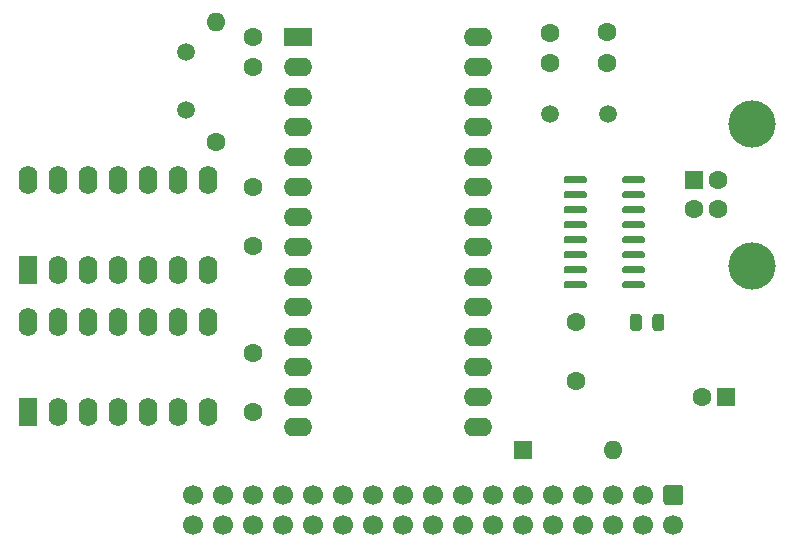
<source format=gts>
%TF.GenerationSoftware,KiCad,Pcbnew,(5.1.12)-1*%
%TF.CreationDate,2022-04-06T13:04:16+02:00*%
%TF.ProjectId,ACIA_USB,41434941-5f55-4534-922e-6b696361645f,1.0*%
%TF.SameCoordinates,PX6d01460PY60e4b00*%
%TF.FileFunction,Soldermask,Top*%
%TF.FilePolarity,Negative*%
%FSLAX46Y46*%
G04 Gerber Fmt 4.6, Leading zero omitted, Abs format (unit mm)*
G04 Created by KiCad (PCBNEW (5.1.12)-1) date 2022-04-06 13:04:16*
%MOMM*%
%LPD*%
G01*
G04 APERTURE LIST*
%ADD10C,1.600000*%
%ADD11C,1.500000*%
%ADD12C,4.000000*%
%ADD13R,1.600000X1.600000*%
%ADD14O,1.600000X1.600000*%
%ADD15O,1.600000X2.400000*%
%ADD16R,1.600000X2.400000*%
%ADD17O,2.400000X1.600000*%
%ADD18R,2.400000X1.600000*%
%ADD19C,1.700000*%
G04 APERTURE END LIST*
D10*
%TO.C,C7*%
X50165000Y15320000D03*
X50165000Y20320000D03*
%TD*%
%TO.C,C5*%
G36*
G01*
X55750000Y20795000D02*
X55750000Y19845000D01*
G75*
G02*
X55500000Y19595000I-250000J0D01*
G01*
X55000000Y19595000D01*
G75*
G02*
X54750000Y19845000I0J250000D01*
G01*
X54750000Y20795000D01*
G75*
G02*
X55000000Y21045000I250000J0D01*
G01*
X55500000Y21045000D01*
G75*
G02*
X55750000Y20795000I0J-250000D01*
G01*
G37*
G36*
G01*
X57650000Y20795000D02*
X57650000Y19845000D01*
G75*
G02*
X57400000Y19595000I-250000J0D01*
G01*
X56900000Y19595000D01*
G75*
G02*
X56650000Y19845000I0J250000D01*
G01*
X56650000Y20795000D01*
G75*
G02*
X56900000Y21045000I250000J0D01*
G01*
X57400000Y21045000D01*
G75*
G02*
X57650000Y20795000I0J-250000D01*
G01*
G37*
%TD*%
%TO.C,U4*%
G36*
G01*
X51078000Y23645000D02*
X51078000Y23345000D01*
G75*
G02*
X50928000Y23195000I-150000J0D01*
G01*
X49278000Y23195000D01*
G75*
G02*
X49128000Y23345000I0J150000D01*
G01*
X49128000Y23645000D01*
G75*
G02*
X49278000Y23795000I150000J0D01*
G01*
X50928000Y23795000D01*
G75*
G02*
X51078000Y23645000I0J-150000D01*
G01*
G37*
G36*
G01*
X51078000Y24915000D02*
X51078000Y24615000D01*
G75*
G02*
X50928000Y24465000I-150000J0D01*
G01*
X49278000Y24465000D01*
G75*
G02*
X49128000Y24615000I0J150000D01*
G01*
X49128000Y24915000D01*
G75*
G02*
X49278000Y25065000I150000J0D01*
G01*
X50928000Y25065000D01*
G75*
G02*
X51078000Y24915000I0J-150000D01*
G01*
G37*
G36*
G01*
X51078000Y26185000D02*
X51078000Y25885000D01*
G75*
G02*
X50928000Y25735000I-150000J0D01*
G01*
X49278000Y25735000D01*
G75*
G02*
X49128000Y25885000I0J150000D01*
G01*
X49128000Y26185000D01*
G75*
G02*
X49278000Y26335000I150000J0D01*
G01*
X50928000Y26335000D01*
G75*
G02*
X51078000Y26185000I0J-150000D01*
G01*
G37*
G36*
G01*
X51078000Y27455000D02*
X51078000Y27155000D01*
G75*
G02*
X50928000Y27005000I-150000J0D01*
G01*
X49278000Y27005000D01*
G75*
G02*
X49128000Y27155000I0J150000D01*
G01*
X49128000Y27455000D01*
G75*
G02*
X49278000Y27605000I150000J0D01*
G01*
X50928000Y27605000D01*
G75*
G02*
X51078000Y27455000I0J-150000D01*
G01*
G37*
G36*
G01*
X51078000Y28725000D02*
X51078000Y28425000D01*
G75*
G02*
X50928000Y28275000I-150000J0D01*
G01*
X49278000Y28275000D01*
G75*
G02*
X49128000Y28425000I0J150000D01*
G01*
X49128000Y28725000D01*
G75*
G02*
X49278000Y28875000I150000J0D01*
G01*
X50928000Y28875000D01*
G75*
G02*
X51078000Y28725000I0J-150000D01*
G01*
G37*
G36*
G01*
X51078000Y29995000D02*
X51078000Y29695000D01*
G75*
G02*
X50928000Y29545000I-150000J0D01*
G01*
X49278000Y29545000D01*
G75*
G02*
X49128000Y29695000I0J150000D01*
G01*
X49128000Y29995000D01*
G75*
G02*
X49278000Y30145000I150000J0D01*
G01*
X50928000Y30145000D01*
G75*
G02*
X51078000Y29995000I0J-150000D01*
G01*
G37*
G36*
G01*
X51078000Y31265000D02*
X51078000Y30965000D01*
G75*
G02*
X50928000Y30815000I-150000J0D01*
G01*
X49278000Y30815000D01*
G75*
G02*
X49128000Y30965000I0J150000D01*
G01*
X49128000Y31265000D01*
G75*
G02*
X49278000Y31415000I150000J0D01*
G01*
X50928000Y31415000D01*
G75*
G02*
X51078000Y31265000I0J-150000D01*
G01*
G37*
G36*
G01*
X51078000Y32535000D02*
X51078000Y32235000D01*
G75*
G02*
X50928000Y32085000I-150000J0D01*
G01*
X49278000Y32085000D01*
G75*
G02*
X49128000Y32235000I0J150000D01*
G01*
X49128000Y32535000D01*
G75*
G02*
X49278000Y32685000I150000J0D01*
G01*
X50928000Y32685000D01*
G75*
G02*
X51078000Y32535000I0J-150000D01*
G01*
G37*
G36*
G01*
X56028000Y32535000D02*
X56028000Y32235000D01*
G75*
G02*
X55878000Y32085000I-150000J0D01*
G01*
X54228000Y32085000D01*
G75*
G02*
X54078000Y32235000I0J150000D01*
G01*
X54078000Y32535000D01*
G75*
G02*
X54228000Y32685000I150000J0D01*
G01*
X55878000Y32685000D01*
G75*
G02*
X56028000Y32535000I0J-150000D01*
G01*
G37*
G36*
G01*
X56028000Y31265000D02*
X56028000Y30965000D01*
G75*
G02*
X55878000Y30815000I-150000J0D01*
G01*
X54228000Y30815000D01*
G75*
G02*
X54078000Y30965000I0J150000D01*
G01*
X54078000Y31265000D01*
G75*
G02*
X54228000Y31415000I150000J0D01*
G01*
X55878000Y31415000D01*
G75*
G02*
X56028000Y31265000I0J-150000D01*
G01*
G37*
G36*
G01*
X56028000Y29995000D02*
X56028000Y29695000D01*
G75*
G02*
X55878000Y29545000I-150000J0D01*
G01*
X54228000Y29545000D01*
G75*
G02*
X54078000Y29695000I0J150000D01*
G01*
X54078000Y29995000D01*
G75*
G02*
X54228000Y30145000I150000J0D01*
G01*
X55878000Y30145000D01*
G75*
G02*
X56028000Y29995000I0J-150000D01*
G01*
G37*
G36*
G01*
X56028000Y28725000D02*
X56028000Y28425000D01*
G75*
G02*
X55878000Y28275000I-150000J0D01*
G01*
X54228000Y28275000D01*
G75*
G02*
X54078000Y28425000I0J150000D01*
G01*
X54078000Y28725000D01*
G75*
G02*
X54228000Y28875000I150000J0D01*
G01*
X55878000Y28875000D01*
G75*
G02*
X56028000Y28725000I0J-150000D01*
G01*
G37*
G36*
G01*
X56028000Y27455000D02*
X56028000Y27155000D01*
G75*
G02*
X55878000Y27005000I-150000J0D01*
G01*
X54228000Y27005000D01*
G75*
G02*
X54078000Y27155000I0J150000D01*
G01*
X54078000Y27455000D01*
G75*
G02*
X54228000Y27605000I150000J0D01*
G01*
X55878000Y27605000D01*
G75*
G02*
X56028000Y27455000I0J-150000D01*
G01*
G37*
G36*
G01*
X56028000Y26185000D02*
X56028000Y25885000D01*
G75*
G02*
X55878000Y25735000I-150000J0D01*
G01*
X54228000Y25735000D01*
G75*
G02*
X54078000Y25885000I0J150000D01*
G01*
X54078000Y26185000D01*
G75*
G02*
X54228000Y26335000I150000J0D01*
G01*
X55878000Y26335000D01*
G75*
G02*
X56028000Y26185000I0J-150000D01*
G01*
G37*
G36*
G01*
X56028000Y24915000D02*
X56028000Y24615000D01*
G75*
G02*
X55878000Y24465000I-150000J0D01*
G01*
X54228000Y24465000D01*
G75*
G02*
X54078000Y24615000I0J150000D01*
G01*
X54078000Y24915000D01*
G75*
G02*
X54228000Y25065000I150000J0D01*
G01*
X55878000Y25065000D01*
G75*
G02*
X56028000Y24915000I0J-150000D01*
G01*
G37*
G36*
G01*
X56028000Y23645000D02*
X56028000Y23345000D01*
G75*
G02*
X55878000Y23195000I-150000J0D01*
G01*
X54228000Y23195000D01*
G75*
G02*
X54078000Y23345000I0J150000D01*
G01*
X54078000Y23645000D01*
G75*
G02*
X54228000Y23795000I150000J0D01*
G01*
X55878000Y23795000D01*
G75*
G02*
X56028000Y23645000I0J-150000D01*
G01*
G37*
%TD*%
D11*
%TO.C,Y2*%
X52886000Y37973000D03*
X48006000Y37973000D03*
%TD*%
D12*
%TO.C,J2*%
X65058000Y37135000D03*
X65058000Y25135000D03*
D10*
X62198000Y32385000D03*
X62198000Y29885000D03*
X60198000Y29885000D03*
D13*
X60198000Y32385000D03*
%TD*%
D10*
%TO.C,C6*%
X52832000Y42291000D03*
X52832000Y44878000D03*
%TD*%
%TO.C,C4*%
X48006000Y42291000D03*
X48006000Y44791000D03*
%TD*%
D14*
%TO.C,R1*%
X19685000Y45720000D03*
D10*
X19685000Y35560000D03*
%TD*%
D11*
%TO.C,Y1*%
X17145000Y38280000D03*
X17145000Y43180000D03*
%TD*%
D10*
%TO.C,C8*%
X22860000Y41950000D03*
X22860000Y44450000D03*
%TD*%
D15*
%TO.C,U2*%
X3810000Y32385000D03*
X19050000Y24765000D03*
X6350000Y32385000D03*
X16510000Y24765000D03*
X8890000Y32385000D03*
X13970000Y24765000D03*
X11430000Y32385000D03*
X11430000Y24765000D03*
X13970000Y32385000D03*
X8890000Y24765000D03*
X16510000Y32385000D03*
X6350000Y24765000D03*
X19050000Y32385000D03*
D16*
X3810000Y24765000D03*
%TD*%
D17*
%TO.C,U1*%
X41910000Y44450000D03*
X26670000Y11430000D03*
X41910000Y41910000D03*
X26670000Y13970000D03*
X41910000Y39370000D03*
X26670000Y16510000D03*
X41910000Y36830000D03*
X26670000Y19050000D03*
X41910000Y34290000D03*
X26670000Y21590000D03*
X41910000Y31750000D03*
X26670000Y24130000D03*
X41910000Y29210000D03*
X26670000Y26670000D03*
X41910000Y26670000D03*
X26670000Y29210000D03*
X41910000Y24130000D03*
X26670000Y31750000D03*
X41910000Y21590000D03*
X26670000Y34290000D03*
X41910000Y19050000D03*
X26670000Y36830000D03*
X41910000Y16510000D03*
X26670000Y39370000D03*
X41910000Y13970000D03*
X26670000Y41910000D03*
X41910000Y11430000D03*
D18*
X26670000Y44450000D03*
%TD*%
D19*
%TO.C,J1*%
X17780000Y3175000D03*
X20320000Y3175000D03*
X22860000Y3175000D03*
X25400000Y3175000D03*
X27940000Y3175000D03*
X30480000Y3175000D03*
X33020000Y3175000D03*
X35560000Y3175000D03*
X38100000Y3175000D03*
X40640000Y3175000D03*
X43180000Y3175000D03*
X45720000Y3175000D03*
X48260000Y3175000D03*
X50800000Y3175000D03*
X53340000Y3175000D03*
X55880000Y3175000D03*
X58420000Y3175000D03*
X17780000Y5715000D03*
X20320000Y5715000D03*
X22860000Y5715000D03*
X25400000Y5715000D03*
X27940000Y5715000D03*
X30480000Y5715000D03*
X33020000Y5715000D03*
X35560000Y5715000D03*
X38100000Y5715000D03*
X40640000Y5715000D03*
X43180000Y5715000D03*
X45720000Y5715000D03*
X48260000Y5715000D03*
X50800000Y5715000D03*
X53340000Y5715000D03*
X55880000Y5715000D03*
G36*
G01*
X57820000Y6565000D02*
X59020000Y6565000D01*
G75*
G02*
X59270000Y6315000I0J-250000D01*
G01*
X59270000Y5115000D01*
G75*
G02*
X59020000Y4865000I-250000J0D01*
G01*
X57820000Y4865000D01*
G75*
G02*
X57570000Y5115000I0J250000D01*
G01*
X57570000Y6315000D01*
G75*
G02*
X57820000Y6565000I250000J0D01*
G01*
G37*
%TD*%
D14*
%TO.C,D1*%
X53340000Y9525000D03*
D13*
X45720000Y9525000D03*
%TD*%
D10*
%TO.C,C3*%
X22860000Y17700000D03*
X22860000Y12700000D03*
%TD*%
%TO.C,C2*%
X22860000Y31750000D03*
X22860000Y26750000D03*
%TD*%
D15*
%TO.C,U3*%
X3810000Y20320000D03*
X19050000Y12700000D03*
X6350000Y20320000D03*
X16510000Y12700000D03*
X8890000Y20320000D03*
X13970000Y12700000D03*
X11430000Y20320000D03*
X11430000Y12700000D03*
X13970000Y20320000D03*
X8890000Y12700000D03*
X16510000Y20320000D03*
X6350000Y12700000D03*
X19050000Y20320000D03*
D16*
X3810000Y12700000D03*
%TD*%
D10*
%TO.C,C1*%
X60865000Y13970000D03*
D13*
X62865000Y13970000D03*
%TD*%
M02*

</source>
